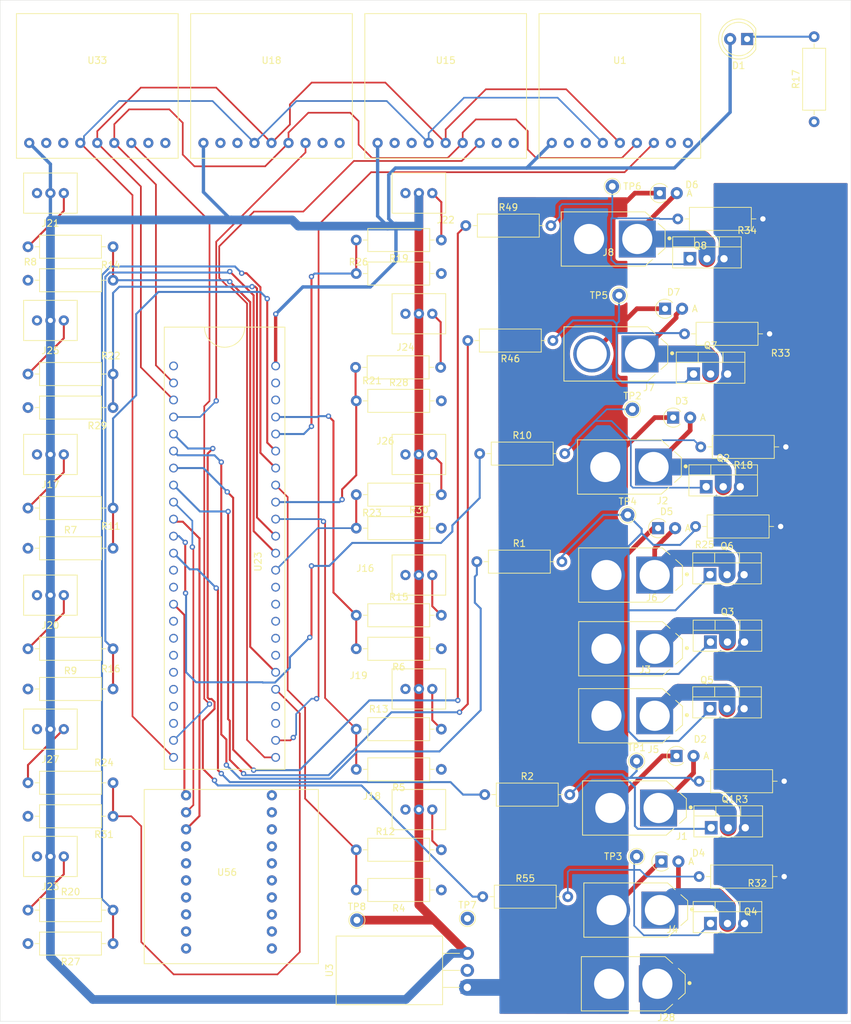
<source format=kicad_pcb>
(kicad_pcb (version 20211014) (generator pcbnew)
  (layers (0 "F.Cu" power) (1 "In1.Cu" signal) (2 "In2.Cu" signal) (31 "B.Cu" signal) (35 "F.Paste" user) (37 "F.SilkS" user "F.Silkscreen") (38 "B.Mask" user) (39 "F.Mask" user) (44 "Edge.Cuts" user))
  (net 0 "")
  (net 1 "Net-(D1-Pad1)")
  (net 2 "+5V")
  (net 3 "Net-(J16-Pad1)")
  (net 4 "Net-(J17-Pad1)")
  (net 5 "Net-(J18-Pad1)")
  (net 6 "Net-(J19-Pad1)")
  (net 7 "Net-(J20-Pad1)")
  (net 8 "Net-(J21-Pad1)")
  (net 9 "Net-(J22-Pad1)")
  (net 10 "Net-(J23-Pad1)")
  (net 11 "Net-(J24-Pad1)")
  (net 12 "Net-(J25-Pad1)")
  (net 13 "Net-(J26-Pad1)")
  (net 14 "Net-(J27-Pad1)")
  (net 15 "+12V")
  (net 16 "Net-(R12-Pad1)")
  (net 17 "Net-(R13-Pad1)")
  (net 18 "Net-(R15-Pad1)")
  (net 19 "Net-(R11-Pad1)")
  (net 20 "Net-(R14-Pad1)")
  (net 21 "Net-(R16-Pad1)")
  (net 22 "Net-(R19-Pad2)")
  (net 23 "Net-(R20-Pad2)")
  (net 24 "Net-(R21-Pad2)")
  (net 25 "Net-(R22-Pad2)")
  (net 26 "Net-(R23-Pad2)")
  (net 27 "Net-(R24-Pad2)")
  (net 28 "Net-(Q1-Pad1)")
  (net 29 "TNS_10")
  (net 30 "TNS_3")
  (net 31 "TNS_6")
  (net 32 "GND")
  (net 33 "TNS_4")
  (net 34 "TNS_5")
  (net 35 "TNS_9")
  (net 36 "Net-(Q2-Pad1)")
  (net 37 "Net-(D2-Pad2)")
  (net 38 "Net-(D3-Pad2)")
  (net 39 "Net-(J3-Pad1)")
  (net 40 "Net-(J5-Pad1)")
  (net 41 "Net-(D4-Pad2)")
  (net 42 "Net-(D5-Pad2)")
  (net 43 "Net-(D6-Pad2)")
  (net 45 "1")
  (net 46 "14")
  (net 47 "13")
  (net 48 "51")
  (net 52 "50")
  (net 56 "15")
  (net 60 "2")
  (net 63 "3.3")
  (net 64 "61")
  (net 65 "60")
  (net 82 "TNS_11")
  (net 83 "TNS_12")
  (net 84 "TNS_8")
  (net 85 "TNS_24")
  (net 92 "TNS_35")
  (net 93 "55")
  (net 94 "TNS_7")
  (net 100 "Net-(D7-Pad1)")
  (net 101 "Net-(D7-Pad2)")
  (net 102 "Net-(Q3-Pad1)")
  (net 103 "Net-(Q4-Pad1)")
  (net 104 "Net-(Q7-Pad1)")
  (net 105 "Net-(Q8-Pad1)")
  (footprint "Resistor_THT:R_Axial_DIN0309_L9.0mm_D3.2mm_P12.70mm_Horizontal" (layer "F.Cu") (at 95.35 173 180)
    (fp_text reference "R31")
    (fp_text value "R_US")
  )
  (footprint "Launchbox:Xbee_Breakout" (layer "F.Cu") (at 113 182 180)
    (fp_text reference "U56")
    (fp_text value "XBee_Breakout")
  )
  (footprint "Launchbox:AMASS_XT60-M" (layer "F.Cu") (at 172.6 158 180)
    (fp_text reference "J5")
    (fp_text value "XT60-M")
  )
  (footprint "TestPoint:TestPoint_THTPad_D2.0mm_Drill1.0mm" (layer "F.Cu") (at 170.874 95.262)
    (fp_text reference "TP5")
    (fp_text value "TestPoint")
  )
  (footprint "Resistor_THT:R_Axial_DIN0309_L9.0mm_D3.2mm_P12.70mm_Horizontal" (layer "F.Cu") (at 131.65 160)
    (fp_text reference "R13")
    (fp_text value "R_US")
  )
  (footprint "Resistor_THT:R_Axial_DIN0309_L9.0mm_D3.2mm_P12.70mm_Horizontal" (layer "F.Cu") (at 193.35 101 180)
    (fp_text reference "R33")
    (fp_text value "10K")
  )
  (footprint "Resistor_THT:R_Axial_DIN0309_L9.0mm_D3.2mm_P12.70mm_Horizontal" (layer "F.Cu") (at 144.25 106 180)
    (fp_text reference "R21")
    (fp_text value "R_US")
  )
  (footprint "Package_TO_SOT_THT:TO-220-3_Vertical" (layer "F.Cu") (at 184.526921 189)
    (fp_text reference "Q4")
    (fp_text value "Q_NMOS_GDS")
  )
  (footprint "Resistor_THT:R_Axial_DIN0309_L9.0mm_D3.2mm_P12.70mm_Horizontal" (layer "F.Cu") (at 150.076921 118.874949)
    (fp_text reference "R10")
    (fp_text value "100")
  )
  (footprint "Launchbox:Crimp_Header" (layer "F.Cu") (at 88 99 180)
    (fp_text reference "J25")
    (fp_text value "440055-3")
  )
  (footprint "Launchbox:MAX31856" (layer "F.Cu") (at 93 64)
    (fp_text reference "U33")
    (fp_text value "MAX31856")
  )
  (footprint "Launchbox:Crimp_Header" (layer "F.Cu") (at 143 98 180)
    (fp_text reference "J24")
    (fp_text value "440055-3")
  )
  (footprint "Resistor_THT:R_Axial_DIN0309_L9.0mm_D3.2mm_P12.70mm_Horizontal" (layer "F.Cu") (at 200 69.35 90)
    (fp_text reference "R17")
    (fp_text value "R")
  )
  (footprint "Launchbox:AMASS_XT60-M" (layer "F.Cu") (at 172.426921 120.874949 180)
    (fp_text reference "J2")
    (fp_text value "XT60-M")
  )
  (footprint "Resistor_THT:R_Axial_DIN0309_L9.0mm_D3.2mm_P12.70mm_Horizontal" (layer "F.Cu") (at 82.65 107)
    (fp_text reference "R22")
    (fp_text value "R_US")
  )
  (footprint "Diode_THT:D_A-405_P2.54mm_Vertical_AnodeUp" (layer "F.Cu") (at 176.705 130)
    (fp_text reference "D5")
    (fp_text value "D")
  )
  (footprint "Diode_THT:D_A-405_P2.54mm_Vertical_AnodeUp" (layer "F.Cu") (at 177.75 97.25)
    (fp_text reference "D7")
    (fp_text value "D")
  )
  (footprint "Resistor_THT:R_Axial_DIN0309_L9.0mm_D3.2mm_P12.70mm_Horizontal" (layer "F.Cu") (at 144.35 87 180)
    (fp_text reference "R19")
    (fp_text value "R_US")
  )
  (footprint "Resistor_THT:R_Axial_DIN0309_L9.0mm_D3.2mm_P12.70mm_Horizontal" (layer "F.Cu") (at 95.35 112 180)
    (fp_text reference "R29")
    (fp_text value "R_US")
  )
  (footprint "Resistor_THT:R_Axial_DIN0309_L9.0mm_D3.2mm_P12.70mm_Horizontal" (layer "F.Cu") (at 82.65 168)
    (fp_text reference "R24")
    (fp_text value "R_US")
  )
  (footprint "Package_TO_SOT_THT:TO-220-3_Vertical" (layer "F.Cu") (at 184.636921 174.711511)
    (fp_text reference "Q1")
    (fp_text value "Q_NMOS_GDS")
  )
  (footprint "TestPoint:TestPoint_THTPad_D2.0mm_Drill1.0mm" (layer "F.Cu") (at 148.25 188.25)
    (fp_text reference "TP7")
    (fp_text value "TestPoint")
  )
  (footprint "Resistor_THT:R_Axial_DIN0309_L9.0mm_D3.2mm_P12.70mm_Horizontal" (layer "F.Cu") (at 195.526921 167.766511 180)
    (fp_text reference "R3")
    (fp_text value "10K")
  )
  (footprint "Resistor_THT:R_Axial_DIN0309_L9.0mm_D3.2mm_P12.70mm_Horizontal" (layer "F.Cu") (at 95.35 192 180)
    (fp_text reference "R27")
    (fp_text value "R_US")
  )
  (footprint "Launchbox:AMASS_XT60-M" (layer "F.Cu") (at 173.374 187 180)
    (fp_text reference "J4")
    (fp_text value "XT60-M")
  )
  (footprint "LED_THT:LED_D5.0mm" (layer "F.Cu") (at 190 57 180)
    (fp_text reference "D1")
    (fp_text value "LED")
  )
  (footprint "Resistor_THT:R_Axial_DIN0309_L9.0mm_D3.2mm_P12.70mm_Horizontal" (layer "F.Cu") (at 131.65 92)
    (fp_text reference "R26")
    (fp_text value "R_US")
  )
  (footprint "Resistor_THT:R_Axial_DIN0309_L9.0mm_D3.2mm_P12.70mm_Horizontal" (layer "F.Cu") (at 95.35 127 180)
    (fp_text reference "R11")
    (fp_text value "R_US")
  )
  (footprint "Resistor_THT:R_Axial_DIN0309_L9.0mm_D3.2mm_P12.70mm_Horizontal" (layer "F.Cu") (at 82.65 93)
    (fp_text reference "R8")
    (fp_text value "R_US")
  )
  (footprint "Diode_THT:D_A-405_P2.54mm_Vertical_AnodeUp" (layer "F.Cu") (at 178.955 113.5)
    (fp_text reference "D3")
    (fp_text value "D")
  )
  (footprint "Launchbox:Crimp_Header" (layer "F.Cu") (at 88 80 180)
    (fp_text reference "J21")
    (fp_text value "440055-3")
  )
  (footprint "Resistor_THT:R_Axial_DIN0309_L9.0mm_D3.2mm_P12.70mm_Horizontal" (layer "F.Cu") (at 195.526921 182 180)
    (fp_text reference "R32")
    (fp_text value "10K")
  )
  (footprint "Resistor_THT:R_Axial_DIN0309_L9.0mm_D3.2mm_P12.70mm_Horizontal" (layer "F.Cu") (at 161 102 180)
    (fp_text reference "R46")
    (fp_text value "100")
  )
  (footprint "Package_TO_SOT_THT:TO-220-3_Vertical" (layer "F.Cu") (at 181.46 89.789511)
    (fp_text reference "Q8")
    (fp_text value "Q_NMOS_GDS")
  )
  (footprint "Resistor_THT:R_Axial_DIN0309_L9.0mm_D3.2mm_P12.70mm_Horizontal" (layer "F.Cu") (at 149.65 135)
    (fp_text reference "R1")
    (fp_text value "100")
  )
  (footprint "Resistor_THT:R_Axial_DIN0309_L9.0mm_D3.2mm_P12.70mm_Horizontal" (layer "F.Cu") (at 195 129.75 180)
    (fp_text reference "R25")
    (fp_text value "10K")
  )
  (footprint "Launchbox:Crimp_Header" (layer "F.Cu") (at 88 140 180)
    (fp_text reference "J20")
    (fp_text value "440055-3")
  )
  (footprint "Launchbox:AMASS_XT60-M" (layer "F.Cu") (at 170.4 104 180)
    (fp_text reference "J7")
    (fp_text value "XT60-M")
  )
  (footprint "Launchbox:Crimp_Header" (layer "F.Cu") (at 88 160 180)
    (fp_text reference "J27")
    (fp_text value "440055-3")
  )
  (footprint "Diode_THT:D_A-405_P2.54mm_Vertical_AnodeUp" (layer "F.Cu") (at 177.205 179.75)
    (fp_text reference "D4")
    (fp_text value "D")
  )
  (footprint "Launchbox:AMASS_XT60-M" (layer "F.Cu") (at 173 198 180)
    (fp_text reference "J28")
    (fp_text value "CaelusPCB-rescue_XT60-M-CaelusPCB")
  )
  (footprint "Resistor_THT:R_Axial_DIN0309_L9.0mm_D3.2mm_P12.70mm_Horizontal" (layer "F.Cu") (at 192.35 83.844511 180)
    (fp_text reference "R34")
    (fp_text value "10K")
  )
  (footprint "Resistor_THT:R_Axial_DIN0309_L9.0mm_D3.2mm_P12.70mm_Horizontal" (layer "F.Cu") (at 131.65 143)
    (fp_text reference "R15")
    (fp_text value "R_US")
  )
  (footprint "Resistor_THT:R_Axial_DIN0309_L9.0mm_D3.2mm_P12.70mm_Horizontal" (layer "F.Cu") (at 144.35 166 180)
    (fp_text reference "R5")
    (fp_text value "R_US")
  )
  (footprint "Resistor_THT:R_Axial_DIN0309_L9.0mm_D3.2mm_P12.70mm_Horizontal" (layer "F.Cu") (at 195.776921 117.874949 180)
    (fp_text reference "R18")
    (fp_text value "10K")
  )
  (footprint "Launchbox:AMASS_XT60-M" (layer "F.Cu") (at 172.6 148 180)
    (fp_text reference "J3")
    (fp_text value "XT60-M")
  )
  (footprint "TestPoint:TestPoint_THTPad_D2.0mm_Drill1.0mm" (layer "F.Cu") (at 173.5 179)
    (fp_text reference "TP3")
    (fp_text value "TestPoint")
  )
  (footprint "Launchbox:Crimp_Header" (layer "F.Cu") (at 143 137 180)
    (fp_text reference "J16")
    (fp_text value "440055-3")
  )
  (footprint "Resistor_THT:R_Axial_DIN0309_L9.0mm_D3.2mm_P12.70mm_Horizontal" (layer "F.Cu") (at 131.65 130)
    (fp_text reference "R30")
    (fp_text value "R_US")
  )
  (footprint "Launchbox:Teensy_3.6" (layer "F.Cu") (at 112 135 90)
    (fp_text reference "U23")
    (fp_text value "Teensy_3.6")
  )
  (footprint "Resistor_THT:R_Axial_DIN0309_L9.0mm_D3.2mm_P12.70mm_Horizontal" (layer "F.Cu") (at 95.35 148 180)
    (fp_text reference "R16")
    (fp_text value "R_US")
  )
  (footprint "Resistor_THT:R_Axial_DIN0309_L9.0mm_D3.2mm_P12.70mm_Horizontal" (layer "F.Cu") (at 150.526921 185)
    (fp_text reference "R55")
    (fp_text value "100")
  )
  (footprint "TestPoint:TestPoint_THTPad_D2.0mm_Drill1.0mm" (layer "F.Cu") (at 169.874 79)
    (fp_text reference "TP6")
    (fp_text value "TestPoint")
  )
  (footprint "Package_TO_SOT_THT:TO-220-3_Vertical" (layer "F.Cu") (at 183.886921 123.819949)
    (fp_text reference "Q2")
    (fp_text value "Q_NMOS_GDS")
  )
  (footprint "TestPoint:TestPoint_THTPad_D2.0mm_Drill1.0mm" (layer "F.Cu") (at 172.171079 128.024)
    (fp_text reference "TP4")
    (fp_text value "TestPoint")
  )
  (footprint "Resistor_THT:R_Axial_DIN0309_L9.0mm_D3.2mm_P12.70mm_Horizontal" (layer "F.Cu") (at 144.35 184 180)
    (fp_text reference "R4")
    (fp_text value "R_US")
  )
  (footprint "Launchbox:MAX31856" (layer "F.Cu") (at 171 64)
    (fp_text reference "U1")
    (fp_text value "MAX31856")
  )
  (footprint "Launchbox:AMASS_XT60-M" (layer "F.Cu") (at 173.176921 171.766511 180)
    (fp_text reference "J1")
    (fp_text value "XT60-M")
  )
  (footprint "Resistor_THT:R_Axial_DIN0309_L9.0mm_D3.2mm_P12.70mm_Horizontal" (layer "F.Cu") (at 148 84.844511)
    (fp_text reference "R49")
    (fp_text value "100")
  )
  (footprint "Package_TO_SOT_THT:TO-220-3_Vertical" (layer "F.Cu") (at 184.46 136.945)
    (fp_text reference "Q6")
    (fp_text value "Q_NMOS_GDS")
  )
  (footprint "Launchbox:Crimp_Header" (layer "F.Cu") (at 88 179 180)
    (fp_text reference "J23")
    (fp_text value "440055-3")
  )
  (footprint "Launchbox:Crimp_Header" (layer "F.Cu") (at 143 80 180)
    (fp_text reference "J22")
    (fp_text value "440055-3")
  )
  (footprint "Resistor_THT:R_Axial_DIN0309_L9.0mm_D3.2mm_P12.70mm_Horizontal" (layer "F.Cu") (at 131.65 111)
    (fp_text reference "R28")
    (fp_text value "R_US")
  )
  (footprint "Resistor_THT:R_Axial_DIN0309_L9.0mm_D3.2mm_P12.70mm_Horizontal" (layer "F.Cu") (at 82.65 133)
    (fp_text reference "R7")
    (fp_text value "R_US")
  )
  (footprint "Launchbox:MAX31856" (layer "F.Cu") (at 145 64)
    (fp_text reference "U15")
    (fp_text value "MAX31856")
  )
  (footprint "Package_TO_SOT_THT:TO-220-3_Horizontal_TabDown" (layer "F.Cu") (at 148.23 198.54 90)
    (fp_text reference "U3")
    (fp_text value "L7805")
  )
  (footprint "Resistor_THT:R_Axial_DIN0309_L9.0mm_D3.2mm_P12.70mm_Horizontal" (layer "F.Cu") (at 95.35 88 180)
    (fp_text reference "R14")
    (fp_text value "R_US")
  )
  (footprint "Resistor_THT:R_Axial_DIN0309_L9.0mm_D3.2mm_P12.70mm_Horizontal" (layer "F.Cu") (at 82.65 187)
    (fp_text reference "R20")
    (fp_text value "R_US")
  )
  (footprint "Launchbox:Crimp_Header" (layer "F.Cu") (at 88 119 180)
    (fp_text reference "J17")
    (fp_text value "440055-3")
  )
  (footprint "Package_TO_SOT_THT:TO-220-3_Vertical" (layer "F.Cu") (at 184.46 156.945)
    (fp_text reference "Q5")
    (fp_text value "Q_NMOS_GDS")
  )
  (footprint "Resistor_THT:R_Axial_DIN0309_L9.0mm_D3.2mm_P12.70mm_Horizontal" (layer "F.Cu") (at 150.826921 169.766511)
    (fp_text reference "R2")
    (fp_text value "100")
  )
  (footprint "Package_TO_SOT_THT:TO-220-3_Vertical" (layer "F.Cu") (at 184.52 147)
    (fp_text reference "Q3")
    (fp_text value "Q_NMOS_GDS")
  )
  (footprint "Resistor_THT:R_Axial_DIN0309_L9.0mm_D3.2mm_P12.70mm_Horizontal" (layer "F.Cu") (at 82.65 154)
    (fp_text reference "R9")
    (fp_text value "R_US")
  )
  (footprint "Resistor_THT:R_Axial_DIN0309_L9.0mm_D3.2mm_P12.70mm_Horizontal" (layer "F.Cu") (at 144.35 148 180)
    (fp_text reference "R6")
    (fp_text value "R_US")
  )
  (footprint "Resistor_THT:R_Axial_DIN0309_L9.0mm_D3.2mm_P12.70mm_Horizontal" (layer "F.Cu") (at 144.35 125 180)
    (fp_text reference "R23")
    (fp_text value "R_US")
  )
  (footprint "Launchbox:MAX31856" (layer "F.Cu") (at 119 64)
    (fp_text reference "U18")
    (fp_text value "MAX31856")
  )
  (footprint "TestPoint:TestPoint_THTPad_D2.0mm_Drill1.0mm" (layer "F.Cu") (at 173.5 164.766511)
    (fp_text reference "TP1")
    (fp_text value "TestPoint")
  )
  (footprint "Launchbox:AMASS_XT60-M" (layer "F.Cu") (at 170 86.844511 180)
    (fp_text reference "J8")
    (fp_text value "XT60-M")
  )
  (footprint "TestPoint:TestPoint_THTPad_D2.0mm_Drill1.0mm" (layer "F.Cu") (at 172.874 112.262)
    (fp_text reference "TP2")
    (fp_text value "TestPoint")
  )
  (footprint "Diode_THT:D_A-405_P2.54mm_Vertical_AnodeUp" (layer "F.Cu") (at 179.455 164)
    (fp_text reference "D2")
    (fp_text value "D")
  )
  (footprint "Diode_THT:D_A-405_P2.54mm_Vertical_AnodeUp" (layer "F.Cu") (at 176.955 80)
    (fp_text reference "D6")
    (fp_text value "D")
  )
  (footprint "Resistor_THT:R_Axial_DIN0309_L9.0mm_D3.2mm_P12.70mm_Horizontal" (layer "F.Cu") (at 131.65 178)
    (fp_text reference "R12")
    (fp_text value "R_US")
  )
  (footprint "Launchbox:Crimp_Header" (layer "F.Cu") (at 143 172 180)
    (fp_text reference "J18")
    (fp_text value "440055-3")
  )
  (footprint "Launchbox:Crimp_Header" (layer "F.Cu") (at 143 119 180)
    (fp_text reference "J26")
    (fp_text value "440055-3")
  )
  (footprint "Launchbox:AMASS_XT60-M" (layer "F.Cu") (at 172.6 137 180)
    (fp_text reference "J6")
    (fp_text value "XT60-M")
  )
  (footprint "Launchbox:Crimp_Header" (layer "F.Cu") (at 143 154 180)
    (fp_text reference "J19")
    (fp_text value "440055-3")
  )
  (footprint "TestPoint:TestPoint_THTPad_D2.0mm_Drill1.0mm" (layer "F.Cu") (at 131.75 188.5)
    (fp_text reference "TP8")
    (fp_text value "TestPoint")
  )
  (footprint "Package_TO_SOT_THT:TO-220-3_Vertical" (layer "F.Cu") (at 182 107)
    (fp_text reference "Q7")
    (fp_text value "Q_NMOS_GDS")
  )
  (gr_rect (start 78.5 51.2) (end 205.5 203.6) (layer "Edge.Cuts") (width 0.05) (fill none))
  (segment (start 200 56.65) (end 190.35 56.65) (width 0.3) (layer "B.Cu") (net 1))
  (segment (start 190.35 56.65) (end 190 57) (width 0.3) (layer "B.Cu") (net 1))
  (segment (start 143.135 188.365) (end 148.23 193.46) (width 1.3) (layer "F.Cu") (net 2))
  (segment (start 141 80) (end 141 172) (width 1.3) (layer "F.Cu") (net 2))
  (segment (start 119.62 98.058) (end 119.62 105.79) (width 0.5) (layer "F.Cu") (net 2))
  (segment (start 143 188.5) (end 143.135 188.365) (width 1.3) (layer "F.Cu") (net 2))
  (segment (start 141 186.23) (end 143.135 188.365) (width 1.3) (layer "F.Cu") (net 2))
  (segment (start 141 172) (end 141 186.23) (width 1.3) (layer "F.Cu") (net 2))
  (segment (start 131.75 188.5) (end 143 188.5) (width 1.3) (layer "F.Cu") (net 2))
  (via (at 119.634 98.044) (size 0.8) (drill 0.4) (layers "F.Cu" "B.Cu") (net 2))
  (segment (start 113 84) (end 86 84) (width 1.3) (layer "B.Cu") (net 2))
  (segment (start 137.58 84.92) (end 140.92 84.92) (width 1.3) (layer "B.Cu") (net 2))
  (segment (start 179.132336 76.25) (end 187.46 67.922336) (width 0.5) (layer "B.Cu") (net 2))
  (segment (start 123 84.92) (end 136.33 84.92) (width 1.3) (layer "B.Cu") (net 2))
  (segment (start 86 84) (end 86 179) (width 1.3) (layer "B.Cu") (net 2))
  (segment (start 108.84 79.84) (end 113 84) (width 0.5) (layer "B.Cu") (net 2))
  (segment (start 145.93 193.46) (end 148.23 193.46) (width 1.3) (layer "B.Cu") (net 2))
  (segment (start 136.5 83.84) (end 137.58 84.92) (width 0.5) (layer "B.Cu") (net 2))
  (segment (start 134.84 72.509) (end 134.84 83.43) (width 0.5) (layer "B.Cu") (net 2))
  (segment (start 123.678 94) (end 133.75 94) (width 0.5) (layer "B.Cu") (net 2))
  (segment (start 187.46 67.922336) (end 187.46 57) (width 0.5) (layer "B.Cu") (net 2))
  (segment (start 137.58 90.17) (end 137.58 84.92) (width 0.5) (layer "B.Cu") (net 2))
  (segment (start 141 85) (end 141 80) (width 1.3) (layer "B.Cu") (net 2))
  (segment (start 86 75.669) (end 82.84 72.509) (width 0.5) (layer "B.Cu") (net 2))
  (segment (start 92.342011 200.342011) (end 139.047989 200.342011) (width 1.3) (layer "B.Cu") (net 2))
  (segment (start 160.84 72.509) (end 157.099 76.25) (width 0.5) (layer "B.Cu") (net 2))
  (segment (start 86 179) (end 86 194) (width 1.3) (layer "B.Cu") (net 2))
  (segment (start 157.099 76.25) (end 179.132336 76.25) (width 0.5) (layer "B.Cu") (net 2))
  (segment (start 136.33 84.92) (end 137.58 84.92) (width 1.3) (layer "B.Cu") (net 2))
  (segment (start 86 80) (end 86 84) (width 0.5) (layer "B.Cu") (net 2))
  (segment (start 119.634 98.044) (end 123.678 94) (width 0.5) (layer "B.Cu") (net 2))
  (segment (start 133.75 94) (end 137.58 90.17) (width 0.5) (layer "B.Cu") (net 2))
  (segment (start 86 194) (end 92.342011 200.342011) (width 1.3) (layer "B.Cu") (net 2))
  (segment (start 157.099 76.25) (end 137.5 76.25) (width 0.5) (layer "B.Cu") (net 2))
  (segment (start 86 80) (end 86 75.669) (width 0.5) (layer "B.Cu") (net 2))
  (segment (start 139.047989 200.342011) (end 145.93 193.46) (width 1.3) (layer "B.Cu") (net 2))
  (segment (start 140.92 84.92) (end 141 85) (width 1.3) (layer "B.Cu") (net 2))
  (segment (start 134.84 83.43) (end 136.33 84.92) (width 0.5) (layer "B.Cu") (net 2))
  (segment (start 122.08 84) (end 113 84) (width 1.3) (layer "B.Cu") (net 2))
  (segment (start 108.84 72.509) (end 108.84 79.84) (width 0.5) (layer "B.Cu") (net 2))
  (segment (start 137.5 76.25) (end 136.5 77.25) (width 0.5) (layer "B.Cu") (net 2))
  (segment (start 123 84.92) (end 122.08 84) (width 1.3) (layer "B.Cu") (net 2))
  (segment (start 136.5 77.25) (end 136.5 83.84) (width 0.5) (layer "B.Cu") (net 2))
  (segment (start 143 137) (end 143 141.65) (width 0.3) (layer "F.Cu") (net 3))
  (segment (start 143 141.65) (end 144.35 143) (width 0.3) (layer "F.Cu") (net 3))
  (segment (start 88 119) (end 88 121.65) (width 0.3) (layer "F.Cu") (net 4))
  (segment (start 88 121.65) (end 82.65 127) (width 0.3) (layer "F.Cu") (net 4))
  (segment (start 143 176.65) (end 144.35 178) (width 0.3) (layer "F.Cu") (net 5))
  (segment (start 143 172) (end 143 176.65) (width 0.3) (layer "F.Cu") (net 5))
  (segment (start 143 158.65) (end 144.35 160) (width 0.3) (layer "F.Cu") (net 6))
  (segment (start 143 154) (end 143 158.65) (width 0.3) (layer "F.Cu") (net 6))
  (segment (start 88 140) (end 88 142.65) (width 0.3) (layer "F.Cu") (net 7))
  (segment (start 88 142.65) (end 82.65 148) (width 0.3) (layer "F.Cu") (net 7))
  (segment (start 88 82.65) (end 82.65 88) (width 0.3) (layer "F.Cu") (net 8))
  (segment (start 88 80) (end 88 82.65) (width 0.3) (layer "F.Cu") (net 8))
  (segment (start 144.35 87) (end 144.35 81.35) (width 0.3) (layer "F.Cu") (net 9))
  (segment (start 144.35 81.35) (end 143 80) (width 0.3) (layer "F.Cu") (net 9))
  (segment (start 88 181.65) (end 82.65 187) (width 0.3) (layer "F.Cu") (net 10))
  (segment (start 88 179) (end 88 181.65) (width 0.3) (layer "F.Cu") (net 10))
  (segment (start 144.25 106) (end 144.25 99.25) (width 0.3) (layer "F.Cu") (net 11))
  (segment (start 144.25 99.25) (end 143 98) (width 0.3) (layer "F.Cu") (net 11))
  (segment (start 88 99) (end 88 101.65) (width 0.3) (layer "F.Cu") (net 12))
  (segment (start 88 101.65) (end 82.65 107) (width 0.3) (layer "F.Cu") (net 12))
  (segment (start 144.35 125) (end 144.35 120.35) (width 0.3) (layer "F.Cu") (net 13))
  (segment (start 144.35 120.35) (end 143 119) (width 0.3) (layer "F.Cu") (net 13))
  (segment (start 82.65 165.35) (end 88 160) (width 0.3) (layer "F.Cu") (net 14))
  (segment (start 82.65 168) (end 82.65 165.35) (width 0.3) (layer "F.Cu") (net 14))
  (segment (start 169 137) (end 176 130) (width 0.7) (layer "F.Cu") (net 15))
  (segment (start 176 130) (end 176.705 130) (width 0.3) (layer "F.Cu") (net 15))
  (segment (start 169.576921 171.766511) (end 177.343432 164) (width 0.7) (layer "F.Cu") (net 15))
  (segment (start 177.024 179.75) (end 169.774 187) (width 0.7) (layer "F.Cu") (net 15))
  (segment (start 177.205 179.75) (end 177.024 179.75) (width 0.3) (layer "F.Cu") (net 15))
  (segment (start 173.244511 80) (end 176.955 80) (width 0.7) (layer "F.Cu") (net 15))
  (segment (start 177.343432 164) (end 179.455 164) (width 0.7) (layer "F.Cu") (net 15))
  (segment (start 166.4 86.844511) (end 173.244511 80) (width 0.7) (layer "F.Cu") (net 15))
  (segment (start 176.20187 113.5) (end 178.955 113.5) (width 0.7) (layer "F.Cu") (net 15))
  (segment (start 168.826921 120.874949) (end 176.20187 113.5) (width 0.7) (layer "F.Cu") (net 15))
  (segment (start 168.86 198.54) (end 169.4 198) (width 2.5) (layer "B.Cu") (net 15))
  (segment (start 148.23 198.54) (end 168.86 198.54) (width 2.5) (layer "B.Cu") (net 15))
  (segment (start 124.018 170.368) (end 131.65 178) (width 0.25) (layer "F.Cu") (net 16))
  (segment (start 124.018 170.368) (end 124.018 156.784) (width 0.25) (layer "F.Cu") (net 16))
  (segment (start 121.412 154.178) (end 121.412 125.362) (width 0.25) (layer "F.Cu") (net 16))
  (segment (start 131.65 178) (end 131.65 184) (width 0.3) (layer "F.Cu") (net 16))
  (segment (start 121.412 125.362) (end 119.62 123.57) (width 0.25) (layer "F.Cu") (net 16))
  (segment (start 124.018 156.784) (end 121.412 154.178) (width 0.25) (layer "F.Cu") (net 16))
  (segment (start 126.75 129) (end 127 129.25) (width 0.25) (layer "F.Cu") (net 17))
  (segment (start 131.65 160) (end 131.65 166) (width 0.3) (layer "F.Cu") (net 17))
  (segment (start 127 155.35) (end 131.65 160) (width 0.25) (layer "F.Cu") (net 17))
  (segment (start 127 129.25) (end 127 155.35) (width 0.25) (layer "F.Cu") (net 17))
  (via (at 126.75 129) (size 0.8) (drill 0.4) (layers "F.Cu" "B.Cu") (net 17))
  (segment (start 126.425489 128.65) (end 126.775489 129) (width 0.25) (layer "B.Cu") (net 17))
  (segment (start 119.62 128.65) (end 126.425489 128.65) (width 0.25) (layer "B.Cu") (net 17))
  (segment (start 128.25 139.6) (end 131.65 143) (width 0.3) (layer "F.Cu") (net 18))
  (segment (start 131.65 143) (end 131.65 148) (width 0.3) (layer "F.Cu") (net 18))
  (segment (start 128.25 114.026) (end 128.25 139.6) (width 0.3) (layer "F.Cu") (net 18))
  (segment (start 127.508 113.284) (end 128.25 114.026) (width 0.3) (layer "F.Cu") (net 18))
  (via (at 127.508 113.284) (size 0.8) (drill 0.4) (layers "F.Cu" "B.Cu") (net 18))
  (segment (start 126.036 113.284) (end 125.91 113.41) (width 0.3) (layer "B.Cu") (net 18))
  (segment (start 127.508 113.284) (end 126.036 113.284) (width 0.3) (layer "B.Cu") (net 18))
  (segment (start 125.91 113.41) (end 119.62 113.41) (width 0.3) (layer "B.Cu") (net 18))
  (segment (start 118.364 95.758) (end 118.364 117.234) (width 0.3) (layer "F.Cu") (net 19))
  (segment (start 118.364 117.234) (end 119.62 118.49) (width 0.3) (layer "F.Cu") (net 19))
  (segment (start 95.35 127) (end 95.35 133) (width 0.3) (layer "F.Cu") (net 19))
  (via (at 118.364 95.758) (size 0.8) (drill 0.4) (layers "F.Cu" "B.Cu") (net 19))
  (segment (start 98.806 98.044) (end 102.108 94.742) (width 0.3) (layer "B.Cu") (net 19))
  (segment (start 117.094 94.742) (end 117.348 94.742) (width 0.3) (layer "B.Cu") (net 19))
  (segment (start 95.35 113.625655) (end 98.806 110.169655) (width 0.3) (layer "B.Cu") (net 19))
  (segment (start 117.348 94.742) (end 118.364 95.758) (width 0.3) (layer "B.Cu") (net 19))
  (segment (start 95.35 127) (end 95.35 113.625655) (width 0.3) (layer "B.Cu") (net 19))
  (segment (start 102.108 94.742) (end 117.094 94.742) (width 0.3) (layer "B.Cu") (net 19))
  (segment (start 98.806 110.169655) (end 98.806 98.044) (width 0.3) (layer "B.Cu") (net 19))
  (segment (start 115.824 147.714) (end 119.62 151.51) (width 0.3) (layer "F.Cu") (net 20))
  (segment (start 95.35 88) (end 95.35 93) (width 0.3) (layer "F.Cu") (net 20))
  (segment (start 112.776 93.218) (end 115.824 96.266) (width 0.3) (layer "F.Cu") (net 20))
  (segment (start 115.824 96.266) (end 115.824 147.714) (width 0.3) (layer "F.Cu") (net 20))
  (via (at 112.776 93.218) (size 0.8) (drill 0.4) (layers "F.Cu" "B.Cu") (net 20))
  (segment (start 112.558 93) (end 95.35 93) (width 0.3) (layer "B.Cu") (net 20))
  (segment (start 112.776 93.218) (end 112.558 93) (width 0.3) (layer "B.Cu") (net 20))
  (segment (start 116.332 95.25) (end 116.332 130.442) (width 0.3) (layer "F.Cu") (net 21))
  (segment (start 95.35 148) (end 95.35 154) (width 0.3) (layer "F.Cu") (net 21))
  (segment (start 112.776 91.694) (end 116.332 95.25) (width 0.3) (layer "F.Cu") (net 21))
  (segment (start 116.332 130.442) (end 119.62 133.73) (width 0.3) (layer "F.Cu") (net 21))
  (via (at 112.776 91.694) (size 0.8) (drill 0.4) (layers "F.Cu" "B.Cu") (net 21))
  (segment (start 94.200489 92.489511) (end 94.200489 146.850489) (width 0.3) (layer "B.Cu") (net 21))
  (segment (start 112.619511 91.850489) (end 94.839511 91.850489) (width 0.3) (layer "B.Cu") (net 21))
  (segment (start 94.200489 146.850489) (end 95.35 148) (width 0.3) (layer "B.Cu") (net 21))
  (segment (start 94.839511 91.850489) (end 94.200489 92.489511) (width 0.3) (layer "B.Cu") (net 21))
  (segment (start 112.776 91.694) (end 112.619511 91.850489) (width 0.3) (layer "B.Cu") (net 21))
  (segment (start 124.968 110.602) (end 124.968 114.808) (width 0.3) (layer "F.Cu") (net 22))
  (segment (start 131.65 87) (end 131.65 92) (width 0.3) (layer "F.Cu") (net 22))
  (segment (start 124.968 92.456) (end 124.968 110.602) (width 0.3) (layer "F.Cu") (net 22))
  (via (at 124.968 114.808) (size 0.8) (drill 0.4) (layers "F.Cu" "B.Cu") (net 22))
  (via (at 124.968 92.456) (size 0.8) (drill 0.4) (layers "F.Cu" "B.Cu") (net 22))
  (segment (start 123.826 115.95) (end 119.62 115.95) (width 0.3) (layer "B.Cu") (net 22))
  (segment (start 125.424 92) (end 124.968 92.456) (width 0.3) (layer "B.Cu") (net 22))
  (segment (start 124.968 114.808) (end 123.826 115.95) (width 0.3) (layer "B.Cu") (net 22))
  (segment (start 131.65 92) (end 125.424 92) (width 0.3) (layer "B.Cu") (net 22))
  (segment (start 117.348 118.758) (end 119.62 121.03) (width 0.3) (layer "F.Cu") (net 23))
  (segment (start 115.260427 91.948) (end 117.348 94.035573) (width 0.3) (layer "F.Cu") (net 23))
  (segment (start 95.35 187) (end 95.35 192) (width 0.3) (layer "F.Cu") (net 23))
  (segment (start 117.348 94.035573) (end 117.348 118.758) (width 0.3) (layer "F.Cu") (net 23))
  (segment (start 114.554 91.948) (end 115.260427 91.948) (width 0.3) (layer "F.Cu") (net 23))
  (via (at 114.554 91.948) (size 0.8) (drill 0.4) (layers "F.Cu" "B.Cu") (net 23))
  (segment (start 93.700969 92.227031) (end 93.700969 185.350969) (width 0.3) (layer "B.Cu") (net 23))
  (segment (start 94.983511 90.944489) (end 93.700969 92.227031) (width 0.3) (layer "B.Cu") (net 23))
  (segment (start 113.550489 90.944489) (end 94.983511 90.944489) (width 0.3) (layer "B.Cu") (net 23))
  (segment (start 93.700969 185.350969) (end 95.35 187) (width 0.3) (layer "B.Cu") (net 23))
  (segment (start 114.554 91.948) (end 113.550489 90.944489) (width 0.3) (layer "B.Cu") (net 23))
  (segment (start 131.65 111) (end 131.65 122.096) (width 0.3) (layer "F.Cu") (net 24))
  (segment (start 129.54 124.206) (end 129.54 125.73) (width 0.3) (layer "F.Cu") (net 24))
  (segment (start 131.55 106) (end 131.55 110.9) (width 0.3) (layer "F.Cu") (net 24))
  (segment (start 130.048 123.698) (end 129.54 124.206) (width 0.3) (layer "F.Cu") (net 24))
  (segment (start 131.55 110.9) (end 131.65 111) (width 0.3) (layer "F.Cu") (net 24))
  (segment (start 131.65 122.096) (end 130.048 123.698) (width 0.3) (layer "F.Cu") (net 24))
  (via (at 129.54 125.73) (size 0.8) (drill 0.4) (layers "F.Cu" "B.Cu") (net 24))
  (segment (start 129.16 126.11) (end 119.62 126.11) (width 0.3) (layer "B.Cu") (net 24))
  (segment (start 129.54 125.73) (end 129.16 126.11) (width 0.3) (layer "B.Cu") (net 24))
  (segment (start 116.83152 94.22552) (end 116.83152 128.40152) (width 0.3) (layer "F.Cu") (net 25))
  (segment (start 116.564023 93.958023) (end 116.83152 94.22552) (width 0.3) (layer "F.Cu") (net 25))
  (segment (start 116.83152 128.40152) (end 119.62 131.19) (width 0.3) (layer "F.Cu") (net 25))
  (segment (start 116.099977 93.958023) (end 116.564023 93.958023) (width 0.3) (layer "F.Cu") (net 25))
  (segment (start 95.35 107) (end 95.35 112) (width 0.3) (layer "F.Cu") (net 25))
  (via (at 116.099977 93.958023) (size 0.8) (drill 0.4) (layers "F.Cu" "B.Cu") (net 25))
  (segment (start 113.095947 93.958023) (end 113.086459 93.967511) (width 0.3) (layer "B.Cu") (net 25))
  (segment (start 113.086459 93.967511) (end 96.278489 93.967511) (width 0.3) (layer "B.Cu") (net 25))
  (segment (start 95.35 94.896) (end 95.35 112) (width 0.3) (layer "B.Cu") (net 25))
  (segment (start 96.278489 93.967511) (end 95.35 94.896) (width 0.3) (layer "B.Cu") (net 25))
  (segment (start 116.099977 93.958023) (end 113.095947 93.958023) (width 0.3) (layer "B.Cu") (net 25))
  (segment (start 131.65 125) (end 131.65 130) (width 0.3) (layer "F.Cu") (net 26))
  (segment (start 119.62 136.27) (end 119.98 136.27) (width 0.25) (layer "B.Cu") (net 26))
  (segment (start 125.89 130) (end 131.65 130) (width 0.25) (layer "B.Cu") (net 26))
  (segment (start 119.62 136.27) (end 125.89 130) (width 0.25) (layer "B.Cu") (net 26))
  (segment (start 99.568 174.498) (end 98.07 173) (width 0.25) (layer "F.Cu") (net 27))
  (segment (start 95.35 168.294309) (end 95.35 168) (width 0.25) (layer "F.Cu") (net 27))
  (segment (start 119.888 196.596) (end 104.394 196.596) (width 0.25) (layer "F.Cu") (net 27))
  (segment (start 98.07 173) (end 95.35 173) (width 0.25) (layer "F.Cu") (net 27))
  (segment (start 99.568 191.77) (end 99.568 174.498) (width 0.25) (layer "F.Cu") (net 27))
  (segment (start 119.62 154.05) (end 123.224511 157.654511) (width 0.25) (layer "F.Cu") (net 27))
  (segment (start 123.224511 193.259489) (end 119.888 196.596) (width 0.25) (layer "F.Cu") (net 27))
  (segment (start 95.35 168) (end 95.35 173) (width 0.3) (layer "F.Cu") (net 27))
  (segment (start 123.224511 157.654511) (end 123.224511 193.259489) (width 0.25) (layer "F.Cu") (net 27))
  (segment (start 104.394 196.596) (end 99.568 191.77) (width 0.25) (layer "F.Cu") (net 27))
  (segment (start 184.47441 174.874022) (end 184.636921 174.711511) (width 0.3) (layer "B.Cu") (net 28))
  (segment (start 163.526921 169.766511) (end 166.526921 166.766511) (width 0.3) (layer "B.Cu") (net 28))
  (segment (start 173.5 166.266511) (end 173.5 164.766511) (width 0.3) (layer "B.Cu") (net 28))
  (segment (start 166.526921 166.766511) (end 168.176921 166.766511) (width 0.3) (layer "B.Cu") (net 28))
  (segment (start 171.351022 166.766511) (end 171.925511 167.341) (width 0.3) (layer "B.Cu") (net 28))
  (segment (start 173.243511 168.659) (end 173.243511 174.448123) (width 0.3) (layer "B.Cu") (net 28))
  (segment (start 172.5 167.266511) (end 181.5 167.266511) (width 0.3) (layer "B.Cu") (net 28))
  (segment (start 173.66941 174.874022) (end 184.47441 174.874022) (width 0.3) (layer "B.Cu") (net 28))
  (segment (start 171.925511 167.341) (end 173.243511 168.659) (width 0.3) (layer "B.Cu") (net 28))
  (segment (start 181.5 167.266511) (end 182 167.766511) (width 0.3) (layer "B.Cu") (net 28))
  (segment (start 168.176921 166.766511) (end 171.351022 166.766511) (width 0.3) (layer "B.Cu") (net 28))
  (segment (start 171.925511 167.341) (end 172 167.266511) (width 0.3) (layer "B.Cu") (net 28))
  (segment (start 173.243511 174.448123) (end 173.66941 174.874022) (width 0.3) (layer "B.Cu") (net 28))
  (segment (start 182 167.766511) (end 182.826921 167.766511) (width 0.3) (layer "B.Cu") (net 28))
  (segment (start 172 167.266511) (end 172.5 167.266511) (width 0.3) (layer "B.Cu") (net 28))
  (segment (start 172.5 167.266511) (end 173.5 166.266511) (width 0.3) (layer "B.Cu") (net 28))
  (segment (start 111.506 166.624) (end 111.006481 166.124481) (width 0.3) (layer "F.Cu") (net 29))
  (segment (start 110.999031 158.74255) (end 110.999031 139.701031) (width 0.3) (layer "F.Cu") (net 29))
  (segment (start 110.999031 139.193031) (end 110.744 138.938) (width 0.3) (layer "F.Cu") (net 29))
  (segment (start 111.006481 158.75) (end 110.999031 158.74255) (width 0.3) (layer "F.Cu") (net 29))
  (segment (start 110.999031 139.701031) (end 110.999031 139.193031) (width 0.3) (layer "F.Cu") (net 29))
  (segment (start 111.006481 166.124481) (end 111.006481 158.75) (width 0.3) (layer "F.Cu") (net 29))
  (via (at 110.744 138.938) (size 0.8) (drill 0.4) (layers "F.Cu" "B.Cu") (net 29))
  (via (at 111.506 166.624) (size 0.8) (drill 0.4) (layers "F.Cu" "B.Cu") (net 29))
  (segment (start 145.729401 167.90248) (end 112.78448 167.90248) (width 0.3) (layer "B.Cu") (net 29))
  (segment (start 112.78448 167.90248) (end 111.506 166.624) (width 0.3) (layer "B.Cu") (net 29))
  (segment (start 107.95 136.144) (end 106.794 136.144) (width 0.3) (layer "B.Cu") (net 29))
  (segment (start 147.593432 169.766511) (end 145.729401 167.90248) (width 0.3) (layer "B.Cu") (net 29))
  (segment (start 110.744 138.938) (end 107.95 136.144) (width 0.3) (layer "B.Cu") (net 29))
  (segment (start 106.794 136.144) (end 104.38 133.73) (width 0.3) (layer "B.Cu") (net 29))
  (segment (start 150.826921 169.766511) (end 147.593432 169.766511) (width 0.3) (layer "B.Cu") (net 29))
  (segment (start 108.74952 158.71248) (end 110.499511 156.962489) (width 0.3) (layer "F.Cu") (net 30))
  (segment (start 110.499511 155.939541) (end 110.060459 155.500489) (width 0.3) (layer "F.Cu") (net 30))
  (segment (start 110.060459 155.500489) (end 109.671561 155.500489) (width 0.3) (layer "F.Cu") (net 30))
  (segment (start 109.671561 155.500489) (end 109.474 155.302928) (width 0.3) (layer "F.Cu") (net 30))
  (segment (start 110.499511 156.962489) (end 110.499511 155.939541) (width 0.3) (layer "F.Cu") (net 30))
  (segment (start 110.49 167.64) (end 108.74952 165.89952) (width 0.3) (layer "F.Cu") (net 30))
  (segment (start 109.474 155.302928) (end 109.474 118.872) (width 0.3) (layer "F.Cu") (net 30))
  (segment (start 108.74952 165.89952) (end 108.74952 158.71248) (width 0.3) (layer "F.Cu") (net 30))
  (segment (start 109.474 118.872) (end 110.236 118.11) (width 0.3) (layer "F.Cu") (net 30))
  (via (at 110.49 167.64) (size 0.8) (drill 0.4) (layers "F.Cu" "B.Cu") (net 30))
  (via (at 110.236 118.11) (size 0.8) (drill 0.4) (layers "F.Cu" "B.Cu") (net 30))
  (segment (start 132.426345 168.402) (end 149.024345 185) (width 0.3) (layer "B.Cu") (net 30))
  (segment (start 110.49 167.894) (end 110.998 168.402) (width 0.3) (layer "B.Cu") (net 30))
  (segment (start 110.236 118.11) (end 106.54 118.11) (width 0.3) (layer "B.Cu") (net 30))
  (segment (start 149.024345 185) (end 150.526921 185) (width 0.3) (layer "B.Cu") (net 30))
  (segment (start 110.998 168.402) (end 132.426345 168.402) (width 0.3) (layer "B.Cu") (net 30))
  (segment (start 110.49 167.64) (end 110.49 167.894) (width 0.3) (layer "B.Cu") (net 30))
  (segment (start 106.54 118.11) (end 104.38 115.95) (width 0.3) (layer "B.Cu") (net 30))
  (segment (start 148.3 102) (end 148.3 156.246) (width 0.3) (layer "F.Cu") (net 31))
  (segment (start 148.3 156.246) (end 147.066 157.48) (width 0.3) (layer "F.Cu") (net 31))
  (segment (start 112.776 164.582523) (end 114.829977 166.6365) (width 0.3) (layer "F.Cu") (net 31))
  (segment (start 112.522 158.496) (end 112.522 127.508) (width 0.3) (layer "F.Cu") (net 31))
  (segment (start 112.522 158.496) (end 112.776 158.75) (width 0.3) (layer "F.Cu") (net 31))
  (segment (start 112.776 158.75) (end 112.776 164.582523) (width 0.3) (layer "F.Cu") (net 31))
  (via (at 114.829977 166.6365) (size 0.8) (drill 0.4) (layers "F.Cu" "B.Cu") (net 31))
  (via (at 112.522 127.508) (size 0.8) (drill 0.4) (layers "F.Cu" "B.Cu") (net 31))
  (via (at 147.066 157.48) (size 0.8) (drill 0.4) (layers "F.Cu" "B.Cu") (net 31))
  (segment (start 108.318 127.508) (end 104.38 123.57) (width 0.3) (layer "B.Cu") (net 31))
  (segment (start 114.829977 166.6365) (end 115.071477 166.878) (width 0.3) (layer "B.Cu") (net 31))
  (segment (start 112.522 127.508) (end 108.318 127.508) (width 0.3) (layer "B.Cu") (net 31))
  (segment (start 136.906 157.48) (end 147.066 157.48) (width 0.3) (layer "B.Cu") (net 31))
  (segment (start 115.071477 166.878) (end 127.508 166.878) (width 0.3) (layer "B.Cu") (net 31))
  (segment (start 127.508 166.878) (end 136.906 157.48) (width 0.3) (layer "B.Cu") (net 31))
  (segment (start 112.268 165.354) (end 112.268 161.544) (width 0.3) (layer "F.Cu") (net 33))
  (segment (start 111.506 160.782) (end 111.506 120.142) (width 0.3) (layer "F.Cu") (net 33))
  (segment (start 112.268 161.544) (end 111.506 160.782) (width 0.3) (layer "F.Cu") (net 33))
  (via (at 112.268 165.354) (size 0.8) (drill 0.4) (layers "F.Cu" "B.Cu") (net 33))
  (via (at 111.506 120.142) (size 0.8) (drill 0.4) (layers "F.Cu" "B.Cu") (net 33))
  (segment (start 150.226921 157.168651) (end 150.226921 142) (width 0.3) (layer "B.Cu") (net 33))
  (segment (start 110.49 119.126) (end 105.016 119.126) (width 0.3) (layer "B.Cu") (net 33))
  (segment (start 144.073572 163.322) (end 150.226921 157.168651) (width 0.3) (layer "B.Cu") (net 33))
  (segment (start 114.3 167.386) (end 127.762 167.386) (width 0.3) (layer "B.Cu") (net 33))
  (segment (start 111.506 120.142) (end 110.49 119.126) (width 0.3) (layer "B.Cu") (net 33))
  (segment (start 105.016 119.126) (end 104.38 118.49) (width 0.3) (layer "B.Cu") (net 33))
  (segment (start 149.352921 137.238) (end 149.352921 141.126) (width 0.3) (layer "B.Cu") (net 33))
  (segment (start 112.268 165.354) (end 114.3 167.386) (width 0.3) (layer "B.Cu") (net 33))
  (segment (start 149.352921 141.126) (end 150.226921 142) (width 0.3) (layer "B.Cu") (net 33))
  (segment (start 149.352921 137.238) (end 149.65 136.940921) (width 0.3) (layer "B.Cu") (net 33))
  (segment (start 149.65 136.940921) (end 149.65 135) (width 0.3) (layer "B.Cu") (net 33))
  (segment (start 131.826 163.322) (end 144.073572 163.322) (width 0.3) (layer "B.Cu") (net 33))
  (segment (start 127.762 167.386) (end 131.826 163.322) (width 0.3) (layer "B.Cu") (net 33))
  (segment (start 116.332 166.116) (end 113.27552 163.05952) (width 0.3) (layer "F.Cu") (net 34))
  (segment (start 113.27552 163.05952) (end 113.27552 125.46752) (width 0.3) (layer "F.Cu") (net 34))
  (segment (start 112.395 124.587) (end 112.268 124.46) (width 0.3) (layer "F.Cu") (net 34))
  (segment (start 146.812 86.032511) (end 146.812 155.702) (width 0.3) (layer "F.Cu") (net 34))
  (segment (start 113.27552 125.46752) (end 112.395 124.587) (width 0.3) (layer "F.Cu") (net 34))
  (segment (start 148 84.844511) (end 146.812 86.032511) (width 0.3) (layer "F.Cu") (net 34))
  (via (at 146.812 155.702) (size 0.8) (drill 0.4) (layers "F.Cu" "B.Cu") (net 34))
  (via (at 112.395 124.587) (size 0.8) (drill 0.4) (layers "F.Cu" "B.Cu") (net 34))
  (via (at 116.332 166.116) (size 0.8) (drill 0.4) (layers "F.Cu" "B.Cu") (net 34))
  (segment (start 133.615918 155.702) (end 124.253092 165.064825) (width 0.3) (layer "B.Cu") (net 34))
  (segment (start 112.395 124.587) (end 108.838 121.03) (width 0.3) (layer "B.Cu") (net 34))
  (segment (start 123.201917 166.116) (end 116.332 166.116) (width 0.3) (layer "B.Cu") (net 34))
  (segment (start 124.253092 165.064825) (end 123.201917 166.116) (width 0.3) (layer "B.Cu") (net 34))
  (segment (start 108.838 121.03) (end 104.38 121.03) (width 0.3) (layer "B.Cu") (net 34))
  (segment (start 146.812 155.702) (end 133.615918 155.702) (width 0.3) (layer "B.Cu") (net 34))
  (segment (start 106.126 139.654) (end 106.172 139.7) (width 0.3) (layer "F.Cu") (net 35))
  (segment (start 124.968 146.05) (end 124.968 135.636) (width 0.3) (layer "F.Cu") (net 35))
  (segment (start 124.714 146.304) (end 124.968 146.05) (width 0.3) (layer "F.Cu") (net 35))
  (segment (start 106.126 132.126) (end 106.126 139.654) (width 0.3) (layer "F.Cu") (net 35))
  (via (at 106.172 139.7) (size 0.8) (drill 0.4) (layers "F.Cu" "B.Cu") (net 35))
  (via (at 124.714 146.304) (size 0.8) (drill 0.4) (layers "F.Cu" "B.Cu") (net 35))
  (via (at 124.968 135.636) (size 0.8) (drill 0.4) (layers "F.Cu" "B.Cu") (net 35))
  (via (at 106.126 132.126) (size 0.8) (drill 0.4) (layers "F.Cu" "B.Cu") (net 35))
  (segment (start 150.076921 125.5) (end 150.076921 118.874949) (width 0.3) (layer "B.Cu") (net 35))
  (segment (start 124.696 146.304) (end 124.714 146.304) (width 0.3) (layer "B.Cu") (net 35))
  (segment (start 117.669822 153) (end 107.75 153) (width 0.3) (layer "B.Cu") (net 35))
  (segment (start 127.614 135.636) (end 131.050089 132.199911) (width 0.3) (layer "B.Cu") (net 35))
  (segment (start 146 130.5) (end 146 129.576921) (width 0.3) (layer "B.Cu") (net 35))
  (segment (start 146 129.576921) (end 150.076921 125.5) (width 0.3) (layer "B.Cu") (net 35))
  (segment (start 106.25 139.778) (end 106.172 139.7) (width 0.3) (layer "B.Cu") (net 35))
  (segment (start 121.75 150.808231) (end 119.518142 153.040089) (width 0.3) (layer "B.Cu") (net 35))
  (segment (start 106.126 132.126) (end 105.19 131.19) (width 0.3) (layer "B.Cu") (net 35))
  (segment (start 105.19 131.19) (end 104.38 131.19) (width 0.3) (layer "B.Cu") (net 35))
  (segment (start 119.518142 153.040089) (end 117.709911 153.040089) (width 0.3) (layer "B.Cu") (net 35))
  (segment (start 106.25 132.25) (end 106.126 132.126) (width 0.3) (layer "B.Cu") (net 35))
  (segment (start 107.75 153) (end 106.25 151.5) (width 0.3) (layer "B.Cu") (net 35))
  (segment (start 121.75 149.25) (end 121.75 150.808231) (width 0.3) (layer "B.Cu") (net 35))
  (segment (start 124.968 135.636) (end 127.614 135.636) (width 0.3) (layer "B.Cu") (net 35))
  (segment (start 144.300089 132.199911) (end 146 130.5) (width 0.3) (layer "B.Cu") (net 35))
  (segment (start 106.25 151.5) (end 106.25 139.778) (width 0.3) (layer "B.Cu") (net 35))
  (segment (start 131.050089 132.199911) (end 144.300089 132.199911) (width 0.3) (layer "B.Cu") (net 35))
  (segment (start 121.75 149.25) (end 124.696 146.304) (width 0.3) (layer "B.Cu") (net 35))
  (segment (start 117.709911 153.040089) (end 117.669822 153) (width 0.3) (layer "B.Cu") (net 35))
  (segment (start 172.636 116.874949) (end 169.761051 114) (width 0.25) (layer "B.Cu") (net 36))
  (segment (start 164.426921 116.874949) (end 169.03987 112.262) (width 0.25) (layer "B.Cu") (net 36))
  (segment (start 183.076921 117.874949) (end 182.076921 116.874949) (width 0.25) (layer "B.Cu") (net 36))
  (segment (start 172.636 116.874949) (end 172.636 123.64905) (width 0.25) (layer "B.Cu") (net 36))
  (segment (start 183.076921 123.009949) (end 183.886921 123.819949) (width 0.25) (layer "B.Cu") (net 36))
  (segment (start 172.94441 123.95746) (end 183.74941 123.95746) (width 0.25) (layer "B.Cu") (net 36))
  (segment (start 162.776921 118.874949) (end 164.426921 117.224949) (width 0.25) (layer "B.Cu") (net 36))
  (segment (start 182.076921 116.874949) (end 172.636 116.874949) (width 0.25) (layer "B.Cu") (net 36))
  (segment (start 167.30187 114) (end 164.426921 116.874949) (width 0.25) (layer "B.Cu") (net 36))
  (segment (start 164.426921 117.224949) (end 164.426921 116.874949) (width 0.25) (layer "B.Cu") (net 36))
  (segment (start 169.761051 114) (end 167.30187 114) (width 0.25) (layer "B.Cu") (net 36))
  (segment (start 169.03987 112.262) (end 172.874 112.262) (width 0.25) (layer "B.Cu") (net 36))
  (segment (start 172.636 123.64905) (end 172.94441 123.95746) (width 0.25) (layer "B.Cu") (net 36))
  (segment (start 183.74941 123.95746) (end 183.886921 123.819949) (width 0.25) (layer "B.Cu") (net 36))
  (segment (start 177.776921 170.766511) (end 185.543443 170.766511) (width 2.5) (layer "F.Cu") (net 37))
  (segment (start 181.995 164) (end 181.995 166.548432) (width 0.7) (layer "F.Cu") (net 37))
  (segment (start 187.176921 172.399989) (end 187.176921 174.711511) (width 2.5) (layer "F.Cu") (net 37))
  (segment (start 185.543443 170.766511) (end 187.176921 172.399989) (width 2.5) (layer "F.Cu") (net 37))
  (segment (start 181.995 166.548432) (end 176.776921 171.766511) (width 0.7) (layer "F.Cu") (net 37))
  (segment (start 176.776921 171.766511) (end 177.776921 170.766511) (width 2.5) (layer "F.Cu") (net 37))
  (segment (start 187.176921 172.399989) (end 187.176921 174.461511) (width 2.5) (layer "B.Cu") (net 37))
  (segment (start 177.776921 170.766511) (end 185.543443 170.766511) (width 2.5) (layer "B.Cu") (net 37))
  (segment (start 176.776921 171.766511) (end 177.776921 170.766511) (width 2.5) (layer "B.Cu") (net 37))
  (segment (start 185.543443 170.766511) (end 187.176921 172.399989) (width 2.5) (layer "B.Cu") (net 37))
  (segment (start 176.026921 120.874949) (end 185.793443 120.874949) (width 2.5) (layer "F.Cu") (net 38))
  (segment (start 181.495 113.5) (end 181.495 115.40687) (width 0.7) (layer "F.Cu") (net 38))
  (segment (start 185.793443 120.874949) (end 186.426921 121.508427) (width 2.5) (layer "F.Cu") (net 38))
  (segment (start 186.426921 121.508427) (end 186.426921 123.819949) (width 2.5) (layer "F.Cu") (net 38))
  (segment (start 176.026921 120.874949) (end 175.564421 120.412449) (width 2.5) (layer "F.Cu") (net 38))
  (segment (start 181.495 115.40687) (end 176.026921 120.874949) (width 0.7) (layer "F.Cu") (net 38))
  (segment (start 176.026921 120.874949) (end 185.793443 120.874949) (width 2.5) (layer "B.Cu") (net 38))
  (segment (start 185.793443 120.874949) (end 186.426921 121.508427) (width 2.5) (layer "B.Cu") (net 38))
  (segment (start 186.426921 121.508427) (end 186.426921 123.569949) (width 2.5) (layer "B.Cu") (net 38))
  (segment (start 187.06 144.688478) (end 187.06 147) (width 2.5) (layer "F.Cu") (net 39))
  (segment (start 186.922011 144.550489) (end 187.06 144.688478) (width 2.5) (layer "F.Cu") (net 39))
  (segment (start 179.649511 144.550489) (end 186.922011 144.550489) (width 2.5) (layer "F.Cu") (net 39))
  (segment (start 176.2 148) (end 179.649511 144.550489) (width 2.5) (layer "F.Cu") (net 39))
  (segment (start 176.2 148) (end 179.649511 144.550489) (width 2.5) (layer "B.Cu") (net 39))
  (segment (start 179.649511 144.550489) (end 186.922011 144.550489) (width 2.5) (layer "B.Cu") (net 39))
  (segment (start 187.06 144.688478) (end 187.06 146.75) (width 2.5) (layer "B.Cu") (net 39))
  (segment (start 186.922011 144.550489) (end 187.06 144.688478) (width 2.5) (layer "B.Cu") (net 39))
  (segment (start 186.862011 154.495489) (end 179.704511 154.495489) (width 2.5) (layer "F.Cu") (net 40))
  (segment (start 179.704511 154.495489) (end 176.2 158) (width 2.5) (layer "F.Cu") (net 40))
  (segment (start 187 154.633478) (end 186.862011 154.495489) (width 2.5) (layer "F.Cu") (net 40))
  (segment (start 187 156.945) (end 187 154.633478) (width 2.5) (layer "F.Cu") (net 40))
  (segment (start 186.862011 154.495489) (end 187 154.633478) (width 2.5) (layer "B.Cu") (net 40))
  (segment (start 187 154.633478) (end 187 156.695) (width 2.5) (layer "B.Cu") (net 40))
  (segment (start 176.2 158) (end 179.704511 154.495489) (width 2.5) (layer "B.Cu") (net 40))
  (segment (start 179.704511 154.495489) (end 186.862011 154.495489) (width 2.5) (layer "B.Cu") (net 40))
  (segment (start 179.745 184.229) (end 176.974 187) (width 0.3) (layer "F.Cu") (net 41))
  (segment (start 185.526921 185) (end 187.066921 186.54) (width 2.5) (layer "F.Cu") (net 41))
  (segment (start 177.126921 187) (end 179.126921 185) (width 2.5) (layer "F.Cu") (net 41))
  (segment (start 179.126921 185) (end 185.526921 185) (width 2.5) (layer "F.Cu") (net 41))
  (segment (start 187.066921 186.54) (end 187.066921 189) (width 2.5) (layer "F.Cu") (net 41))
  (segment (start 179.745 179.75) (end 179.745 184.229) (width 0.7) (layer "F.Cu") (net 41))
  (segment (start 178.926921 185) (end 185.378443 185) (width 2.5) (layer "B.Cu") (net 41))
  (segment (start 187.066921 186.688478) (end 187.066921 188.75) (width 2.5) (layer "B.Cu") (net 41))
  (segment (start 185.378443 185) (end 187.066921 186.688478) (width 2.5) (layer "B.Cu") (net 41))
  (segment (start 177.126921 187) (end 177.126921 186.8) (width 2.5) (layer "B.Cu") (net 41))
  (segment (start 177.126921 186.8) (end 178.926921 185) (width 2.5) (layer "B.Cu") (net 41))
  (segment (start 179.245 130) (end 176.2 133.045) (width 0.7) (layer "F.Cu") (net 42))
  (segment (start 176.2 133.045) (end 176.2 137) (width 0.7) (layer "F.Cu") (net 42))
  (segment (start 186.862011 134.495489) (end 187 134.633478) (width 2.5) (layer "F.Cu") (net 42))
  (segment (start 176.2 137) (end 178.704511 134.495489) (width 2.5) (layer "F.Cu") (net 42))
  (segment (start 178.704511 134.495489) (end 186.862011 134.495489) (width 2.5) (layer "F.Cu") (net 42))
  (segment (start 187 136.945) (end 187 134.633478) (width 2.5) (layer "F.Cu") (net 42))
  (segment (start 187 136.945) (end 187 134.633478) (width 2.5) (layer "B.Cu") (net 42))
  (segment (start 187 134.633478) (end 186.862011 134.495489) (width 2.5) (layer "B.Cu") (net 42))
  (segment (start 186.862011 134.495489) (end 178.704511 134.495489) (width 2.5) (layer "B.Cu") (net 42))
  (segment (start 178.704511 134.495489) (end 176.2 137) (width 2.5) (layer "B.Cu") (net 42))
  (segment (start 179.495 80) (end 173.6 85.895) (width 0.7) (layer "F.Cu") (net 43))
  (segment (start 173.6 85.895) (end 173.6 86.844511) (width 0.3) (layer "F.Cu") (net 43))
  (segment (start 184 87.477989) (end 184 89.789511) (width 2.5) (layer "F.Cu") (net 43))
  (segment (start 173.6 86.844511) (end 183.366522 86.844511) (width 2.5) (layer "F.Cu") (net 43))
  (segment (start 183.366522 86.844511) (end 184 87.477989) (width 2.5) (layer "F.Cu") (net 43))
  (segment (start 173.6 86.844511) (end 183.273292 86.844511) (width 2.5) (layer "B.Cu") (net 43))
  (segment (start 184 87.571219) (end 184 89.539511) (width 2.5) (layer "B.Cu") (net 43))
  (segment (start 183.273292 86.844511) (end 184 87.571219) (width 2.5) (layer "B.Cu") (net 43))
  (segment (start 104.38 164.21) (end 98.25 158.08) (width 0.25) (layer "F.Cu") (net 45))
  (segment (start 98.25 158.08) (end 98.25 80.299) (width 0.25) (layer "F.Cu") (net 45))
  (segment (start 98.25 80.299) (end 90.46 72.509) (width 0.25) (layer "F.Cu") (net 45))
  (segment (start 110.201 66.25) (end 96.25 66.25) (width 0.25) (layer "B.Cu") (net 45))
  (segment (start 96.25 66.25) (end 91.0095 71.4905) (width 0.25) (layer "B.Cu") (net 45))
  (segment (start 142.46 71.04) (end 142.46 72.509) (width 0.25) (layer "B.Cu") (net 45))
  (segment (start 122.719 66.25) (end 116.46 72.509) (width 0.25) (layer "B.Cu") (net 45))
  (segment (start 168.46 72.509) (end 161.701 65.75) (width 0.25) (layer "B.Cu") (net 45))
  (segment (start 91.0095 71.4905) (end 91.0095 71.9595) (width 0.25) (layer "B.Cu") (net 45))
  (segment (start 142.46 72.509) (end 136.201 66.25) (width 0.25) (layer "B.Cu") (net 45))
  (segment (start 147.75 65.75) (end 142.46 71.04) (width 0.25) (layer "B.Cu") (net 45))
  (segment (start 136.201 66.25) (end 122.719 66.25) (width 0.25) (layer "B.Cu") (net 45))
  (segment (start 116.46 72.509) (end 110.201 66.25) (width 0.25) (layer "B.Cu") (net 45))
  (segment (start 91.0095 71.9595) (end 90.46 72.509) (width 0.25) (layer "B.Cu") (net 45))
  (segment (start 161.701 65.75) (end 147.75 65.75) (width 0.25) (layer "B.Cu") (net 45))
  (segment (start 145 72.509) (end 135.991 63.5) (width 0.25) (layer "F.Cu") (net 46))
  (segment (start 162.991 64.5) (end 151 64.5) (width 0.25) (layer "F.Cu") (net 46))
  (segment (start 125 63.5) (end 121.75 66.75) (width 0.25) (layer "F.Cu") (net 46))
  (segment (start 93 70.75) (end 93 72.509) (width 0.25) (layer "F.Cu") (net 46))
  (segment (start 99.51 106) (end 104.38 110.87) (width 0.25) (layer "F.Cu") (net 46))
  (segment (start 121.75 66.75) (end 121.75 69.759) (width 0.25) (layer "F.Cu") (net 46))
  (segment (start 145 70.5) (end 145 72.509) (width 0.25) (layer "F.Cu") (net 46))
  (segment (start 110.741 64.25) (end 99.5 64.25) (width 0.25) (layer "F.Cu") (net 46))
  (segment (start 151 64.5) (end 145 70.5) (width 0.25) (layer "F.Cu") (net 46))
  (segment (start 135.991 63.5) (end 125 63.5) (width 0.25) (layer "F.Cu") (net 46))
  (segment (start 99.5 79.009) (end 99.5 106) (width 0.25) (layer "F.Cu") (net 46))
  (segment (start 119 72.509) (end 110.741 64.25) (width 0.25) (layer "F.Cu") (net 46))
  (segment (start 121.75 69.759) (end 119 72.509) (width 0.25) (layer "F.Cu") (net 46))
  (segment (start 171 72.509) (end 162.991 64.5) (width 0.25) (layer "F.Cu") (net 46))
  (segment (start 99.5 106) (end 99.51 106) (width 0.25) (layer "F.Cu") (net 46))
  (segment (start 99.5 64.25) (end 93 70.75) (width 0.25) (layer "F.Cu") (net 46))
  (segment (start 93 72.509) (end 99.5 79.009) (width 0.25) (layer "F.Cu") (net 46))
  (segment (start 97.75 67.5) (end 95.54 69.71) (width 0.25) (layer "F.Cu") (net 47))
  (segment (start 147.54 72.509) (end 145.299 74.75) (width 0.25) (layer "F.Cu") (net 47))
  (segment (start 149.5 69) (end 147.54 70.96) (width 0.25) (layer "F.Cu") (net 47))
  (segment (start 155.5 69) (end 149.5 69) (width 0.25) (layer "F.Cu") (net 47))
  (segment (start 121.54 72.509) (end 118.049 76) (width 0.25) (layer "F.Cu") (net 47))
  (segment (start 147.54 70.96) (end 147.54 72.509) (width 0.25) (layer "F.Cu") (net 47))
  (segment (start 121.54 70.96) (end 121.54 72.509) (width 0.25) (layer "F.Cu") (net 47))
  (segment (start 158.5 74.75) (end 157.25 73.5) (width 0.25) (layer "F.Cu") (net 47))
  (segment (start 124.5 68) (end 121.54 70.96) (width 0.25) (layer "F.Cu") (net 47))
  (segment (start 157.25 73.5) (end 157.25 70.75) (width 0.25) (layer "F.Cu") (net 47))
  (segment (start 107.5 76) (end 105.75 74.25) (width 0.25) (layer "F.Cu") (net 47))
  (segment (start 173.54 72.509) (end 171.299 74.75) (width 0.25) (layer "F.Cu") (net 47))
  (segment (start 157.25 70.75) (end 155.5 69) (width 0.25) (layer "F.Cu") (net 47))
  (segment (start 95.54 69.71) (end 95.54 72.509) (width 0.25) (layer "F.Cu") (net 47))
  (segment (start 101.75 105.7) (end 104.38 108.33) (width 0.25) (layer "F.Cu") (net 47))
  (segment (start 132 69.25) (end 130.75 68) (width 0.25) (layer "F.Cu") (net 47))
  (segment (start 171.299 74.75) (end 158.5 74.75) (width 0.25) (layer "F.Cu") (net 47))
  (segment (start 103.75 67.5) (end 97.75 67.5) (width 0.25) (layer "F.Cu") (net 47))
  (segment (start 105.75 74.25) (end 105.75 69.5) (width 0.25) (layer "F.Cu") (net 47))
  (segment (start 145.299 74.75) (end 134 74.75) (width 0.25) (layer "F.Cu") (net 47))
  (segment (start 134 74.75) (end 132 72.75) (width 0.25) (layer "F.Cu") (net 47))
  (segment (start 105.75 69.5) (end 103.75 67.5) (width 0.25) (layer "F.Cu") (net 47))
  (segment (start 95.54 72.509) (end 101.75 78.719) (width 0.25) (layer "F.Cu") (net 47))
  (segment (start 130.75 68) (end 124.5 68) (width 0.25) (layer "F.Cu") (net 47))
  (segment (start 118.049 76) (end 107.5 76) (width 0.25) (layer "F.Cu") (net 47))
  (segment (start 132 72.75) (end 132 69.25) (width 0.25) (layer "F.Cu") (net 47))
  (segment (start 101.75 78.719) (end 101.75 105.7) (width 0.25) (layer "F.Cu") (net 47))
  (segment (start 125.75 85) (end 126.025489 85.275489) (width 0.25) (layer "F.Cu") (net 48))
  (segment (start 171.713511 76.875489) (end 176.08 72.509) (width 0.25) (layer "F.Cu") (net 48))
  (segment (start 126.025489 155.152511) (end 125.73 155.448) (width 0.25) (layer "F.Cu") (net 48))
  (segment (start 121.83 161.67) (end 122.25 161.25) (width 0.25) (layer "F.Cu") (net 48))
  (segment (start 133.874511 76.875489) (end 171.713511 76.875489) (width 0.25) (layer "F.Cu") (net 48))
  (segment (start 119.62 161.67) (end 121.83 161.67) (width 0.25) (layer "F.Cu") (net 48))
  (segment (start 125.75 85) (end 133.874511 76.875489) (width 0.25) (layer "F.Cu") (net 48))
  (segment (start 126.025489 85.275489) (end 126.025489 155.152511) (width 0.25) (layer "F.Cu") (net 48))
  (via (at 122.25 161.25) (size 0.8) (drill 0.4) (layers "F.Cu" "B.Cu") (net 48))
  (via (at 125.73 155.448) (size 0.8) (drill 0.4) (layers "F.Cu" "B.Cu") (net 48))
  (segment (start 125.73 155.448) (end 124.968 155.448) (width 0.25) (layer "B.Cu") (net 48))
  (segment (start 122.682 160.818) (end 122.25 161.25) (width 0.25) (layer "B.Cu") (net 48))
  (segment (start 124.968 155.448) (end 122.682 157.734) (width 0.25) (layer "B.Cu") (net 48))
  (segment (start 122.682 157.734) (end 122.682 160.818) (width 0.25) (layer "B.Cu") (net 48))
  (segment (start 112.475897 93.942511) (end 112.829439 93.942511) (width 0.25) (layer "F.Cu") (net 52))
  (segment (start 117.21 163.46) (end 117.96 164.21) (width 0.25) (layer "F.Cu") (net 52))
  (segment (start 147.38948 75.19952) (end 131.30048 75.19952) (width 0.25) (layer "F.Cu") (net 52))
  (segment (start 115.34948 96.462552) (end 115.34948 161.59948) (width 0.25) (layer "F.Cu") (net 52))
  (segment (start 115.34948 161.59948) (end 117.21 163.46) (width 0.25) (layer "F.Cu") (net 52))
  (segment (start 116.75 163) (end 117.21 163.46) (width 0.25) (layer "F.Cu") (net 52))
  (segment (start 150.08 72.509) (end 147.38948 75.19952) (width 0.25) (layer "F.Cu") (net 52))
  (segment (start 117.96 164.21) (end 119.62 164.21) (width 0.25) (layer "F.Cu") (net 52))
  (segment (start 116.386 82.75) (end 111.19952 87.93648) (width 0.25) (layer "F.Cu") (net 52))
  (segment (start 111.19952 87.93648) (end 111.19952 92.666134) (width 0.25) (layer "F.Cu") (net 52))
  (segment (start 112.829439 93.942511) (end 115.34948 96.462552) (width 0.25) (layer "F.Cu") (net 52))
  (segment (start 111.19952 92.666134) (end 112.475897 93.942511) (width 0.25) (layer "F.Cu") (net 52))
  (segment (start 131.30048 75.19952) (end 123.75 82.75) (width 0.25) (layer "F.Cu") (net 52))
  (segment (start 123.75 82.75) (end 116.386 82.75) (width 0.25) (layer "F.Cu") (net 52))
  (segment (start 111 87) (end 110.75 87.25) (width 0.25) (layer "F.Cu") (net 56))
  (segment (start 110.75 87.25) (end 110.75 111) (width 0.25) (layer "F.Cu") (net 56))
  (segment (start 124.08 72.509) (end 124.08 73.92) (width 0.25) (layer "F.Cu") (net 56))
  (segment (start 124.08 73.92) (end 111 87) (width 0.25) (layer "F.Cu") (net 56))
  (via (at 110.75 111) (size 0.8) (drill 0.4) (layers "F.Cu" "B.Cu") (net 56))
  (segment (start 110.75 111) (end 108.34 113.41) (width 0.25) (layer "B.Cu") (net 56))
  (segment (start 108.34 113.41) (end 104.38 113.41) (width 0.25) (layer "B.Cu") (net 56))
  (segment (start 98.08 72.509) (end 109.75 84.179) (width 0.25) (layer "F.Cu") (net 60))
  (segment (start 109.75 111.024614) (end 108.966 111.808614) (width 0.25) (layer "F.Cu") (net 60))
  (segment (start 108.966 155.466) (end 109.75 156.25) (width 0.25) (layer "F.Cu") (net 60))
  (segment (start 109.75 84.179) (end 109.75 111.024614) (width 0.25) (layer "F.Cu") (net 60))
  (segment (start 108.966 111.808614) (end 108.966 155.466) (width 0.25) (layer "F.Cu") (net 60))
  (via (at 109.75 156.25) (size 0.8) (drill 0.4) (layers "F.Cu" "B.Cu") (net 60))
  (segment (start 109.75 156.25) (end 109.75 156.3) (width 0.25) (layer "B.Cu") (net 60))
  (segment (start 109.75 156.3) (end 104.38 161.67) (width 0.25) (layer "B.Cu") (net 60))
  (segment (start 106 169.6188) (end 106 142.97) (width 0.3) (layer "F.Cu") (net 63))
  (segment (start 106.25202 169.87082) (end 106 169.6188) (width 0.3) (layer "F.Cu") (net 63))
  (segment (start 106 142.97) (end 104.38 141.35) (width 0.3) (layer "F.Cu") (net 63))
  (segment (start 106.25202 172.41082) (end 107.338531 171.324309) (width 0.25) (layer "F.Cu") (net 64))
  (segment (start 107.338531 171.324309) (end 107.338531 132.992531) (width 0.25) (layer "F.Cu") (net 64))
  (segment (start 107.338531 132.992531) (end 107.188 132.842) (width 0.25) (layer "F.Cu") (net 64))
  (via (at 107.188 132.812) (size 0.8) (drill 0.4) (layers "F.Cu" "B.Cu") (net 64))
  (segment (start 107.188 129.54) (end 107.188 129.032) (width 0.25) (layer "B.Cu") (net 64))
  (segment (start 107.188 132.812) (end 107.188 129.54) (width 0.25) (layer "B.Cu") (net 64))
  (segment (start 107.188 132.842) (end 107.188 132.812) (width 0.25) (layer "B.Cu") (net 64))
  (segment (start 107.188 128.918) (end 107.188 129.54) (width 0.25) (layer "B.Cu") (net 64))
  (segment (start 104.38 126.11) (end 107.188 128.918) (width 0.25) (layer "B.Cu") (net 64))
  (segment (start 106.25202 174.95082) (end 108.25 172.95284) (width 0.3) (layer "F.Cu") (net 65))
  (segment (start 108.25 131.526) (end 108.25 131.5) (width 0.3) (layer "F.Cu") (net 65))
  (segment (start 104.762 129.032) (end 104.38 128.65) (width 0.3) (layer "F.Cu") (net 65))
  (segment (start 105.756 129.032) (end 104.762 129.032) (width 0.3) (layer "F.Cu") (net 65))
  (segment (start 108.25 172.95284) (end 108.25 131.526) (width 0.3) (layer "F.Cu") (net 65))
  (segment (start 108.25 131.526) (end 105.756 129.032) (width 0.3) (layer "F.Cu") (net 65))
  (segment (start 173.55 97.25) (end 177.75 97.25) (width 0.7) (layer "F.Cu") (net 100))
  (segment (start 166.8 104) (end 173.55 97.25) (width 0.7) (layer "F.Cu") (net 100))
  (segment (start 179.39 98.15) (end 179.39 98.61) (width 0.7) (layer "F.Cu") (net 101))
  (segment (start 183.851522 104) (end 184.54 104.688478) (width 2.5) (layer "F.Cu") (net 101))
  (segment (start 174 104) (end 183.851522 104) (width 2.5) (layer "F.Cu") (net 101))
  (segment (start 180.29 97.25) (end 179.39 98.15) (width 0.7) (layer "F.Cu") (net 101))
  (segment (start 184.54 104.688478) (end 184.54 107) (width 2.5) (layer "F.Cu") (net 101))
  (segment (start 179.39 98.61) (end 174 104) (width 0.7) (layer "F.Cu") (net 101))
  (segment (start 174 104) (end 175.1125 102.8875) (width 2.5) (layer "F.Cu") (net 101))
  (segment (start 174 104) (end 183.737938 104) (width 2.5) (layer "B.Cu") (net 101))
  (segment (start 184.54 104.802062) (end 184.54 106.75) (width 2.5) (layer "B.Cu") (net 101))
  (segment (start 183.737938 104) (end 184.54 104.802062) (width 2.5) (layer "B.Cu") (net 101))
  (segment (start 184.46 156.945) (end 184.46 157.099079) (width 0.3) (layer "B.Cu") (net 102))
  (segment (start 182.3 130.2) (end 182.3 129.75) (width 0.3) (layer "B.Cu") (net 102))
  (segment (start 174.25 130.75) (end 172.297079 132.702921) (width 0.3) (layer "B.Cu") (net 102))
  (segment (start 179.758 151.762) (end 184.52 147) (width 0.3) (layer "B.Cu") (net 102))
  (segment (start 174.25 130.75) (end 176 132.5) (width 0.3) (layer "B.Cu") (net 102))
  (segment (start 172.297079 132.702921) (end 172.297079 142.262) (width 0.3) (layer "B.Cu") (net 102))
  (segment (start 184.46 157.099079) (end 179.797079 161.762) (width 0.3) (layer "B.Cu") (net 102))
  (segment (start 174.25 130.75) (end 174.25 130.102921) (width 0.3) (layer "B.Cu") (net 102))
  (segment (start 168.535079 128.024) (end 172.171079 128.024) (width 0.3) (layer "B.Cu") (net 102))
  (segment (start 176 132.5) (end 180 132.5) (width 0.3) (layer "B.Cu") (net 102))
  (segment (start 162.35 134.209079) (end 168.535079 128.024) (width 0.3) (layer "B.Cu") (net 102))
  (segment (start 179.297079 142.262) (end 184.46 137.099079) (width 0.3) (layer "B.Cu") (net 102))
  (segment (start 173.746978 161.762) (end 172.297079 160.312101) (width 0.3) (layer "B.Cu") (net 102))
  (segment (start 172.297079 160.312101) (end 172.297079 151.85282) (width 0.3) (layer "B.Cu") (net 102))
  (segment (start 180 132.5) (end 182.3 130.2) (width 0.3) (layer "B.Cu") (net 102))
  (segment (start 184.46 137.099079) (end 184.46 136.945) (width 0.3) (layer "B.Cu") (net 102))
  (segment (start 172.297079 142.262) (end 179.297079 142.262) (width 0.3) (layer "B.Cu") (net 102))
  (segment (start 173.746978 161.762) (end 179.797079 161.762) (width 0.3) (layer "B.Cu") (net 102))
  (segment (start 162.35 135) (end 162.35 134.209079) (width 0.3) (layer "B.Cu") (net 102))
  (segment (start 172.297079 142.262) (end 172.297079 151.762) (width 0.3) (layer "B.Cu") (net 102))
  (segment (start 172.297079 151.762) (end 179.758 151.762) (width 0.3) (layer "B.Cu") (net 102))
  (segment (start 174.25 130.102921) (end 172.171079 128.024) (width 0.3) (layer "B.Cu") (net 102))
  (segment (start 173.136 181) (end 173.136 179.364) (width 0.25) (layer "B.Cu") (net 103))
  (segment (start 174 181) (end 175 182) (width 0.25) (layer "B.Cu") (net 103))
  (segment (start 163.526921 181) (end 163.226921 181.3) (width 0.25) (layer "B.Cu") (net 103))
  (segment (start 173.136 179.364) (end 173.5 179) (width 0.25) (layer "B.Cu") (net 103))
  (segment (start 173.136 181) (end 174 181) (width 0.25) (layer "B.Cu") (net 103))
  (segment (start 175 182) (end 182.826921 182) (width 0.25) (layer "B.Cu") (net 103))
  (segment (start 174.570978 190.762) (end 182.764921 190.762) (width 0.25) (layer "B.Cu") (net 103))
  (segment (start 182.764921 190.762) (end 184.526921 189) (width 0.25) (layer "B.Cu") (net 103))
  (segment (start 163.226921 181.3) (end 163.226921 185) (width 0.25) (layer "B.Cu") (net 103))
  (segment (start 173.136 189.327022) (end 174.570978 190.762) (width 0.25) (layer "B.Cu") (net 103))
  (segment (start 173.136 181) (end 173.136 189.327022) (width 0.25) (layer "B.Cu") (net 103))
  (segment (start 163.526921 181) (end 173.136 181) (width 0.25) (layer "B.Cu") (net 103))
  (segment (start 170.504489 100.892489) (end 180.542489 100.892489) (width 0.3) (layer "B.Cu") (net 104))
  (segment (start 170.5 99.5) (end 170.5 101.127022) (width 0.3) (layer "B.Cu") (net 104))
  (segment (start 170.5 99.5) (end 170.874 99.126) (width 0.3) (layer "B.Cu") (net 104))
  (segment (start 170.5 101.127022) (end 170.504489 101.131511) (width 0.3) (layer "B.Cu") (net 104))
  (segment (start 180.542489 100.892489) (end 180.65 101) (width 0.3) (layer "B.Cu") (net 104))
  (segment (start 171.374 108.262) (end 180.738 108.262) (width 0.3) (layer "B.Cu") (net 104))
  (segment (start 170.874 99.126) (end 170.874 95.262) (width 0.3) (layer "B.Cu") (net 104))
  (segment (start 170.504489 101.131511) (end 170.504489 107.392489) (width 0.3) (layer "B.Cu") (net 104))
  (segment (start 170 99) (end 170.504489 99.504489) (width 0.3) (layer "B.Cu") (net 104))
  (segment (start 164 99) (end 170 99) (width 0.3) (layer "B.Cu") (net 104))
  (segment (start 170.504489 107.392489) (end 171.374 108.262) (width 0.3) (layer "B.Cu") (net 104))
  (segment (start 180.738 108.262) (end 182 107) (width 0.3) (layer "B.Cu") (net 104))
  (segment (start 161 102) (end 164 99) (width 0.3) (layer "B.Cu") (net 104))
  (segment (start 169.718511 83.762) (end 169.718511 89.951022) (width 0.25) (layer "B.Cu") (net 105))
  (segment (start 162 83.544511) (end 162 82) (width 0.25) (layer "B.Cu") (net 105))
  (segment (start 176.945 83.844511) (end 179.65 83.844511) (width 0.25) (layer "B.Cu") (net 105))
  (segment (start 169.874 83.606511) (end 169.874 81.626) (width 0.25) (layer "B.Cu") (net 105))
  (segment (start 162 82) (end 162.374 81.626) (width 0.25) (layer "B.Cu") (net 105))
  (segment (start 169.874 81.626) (end 169.874 79) (width 0.25) (layer "B.Cu") (net 105))
  (segment (start 162.374 81.626) (end 169.874 81.626) (width 0.25) (layer "B.Cu") (net 105))
  (segment (start 160.7 84.844511) (end 162 83.544511) (width 0.25) (layer "B.Cu") (net 105))
  (segment (start 176.862489 83.762) (end 176.945 83.844511) (width 0.25) (layer "B.Cu") (net 105))
  (segment (start 169.718511 83.762) (end 176.862489 83.762) (width 0.25) (layer "B.Cu") (net 105))
  (segment (start 169.718511 89.951022) (end 170.374 90.606511) (width 0.25) (layer "B.Cu") (net 105))
  (segment (start 170.374 90.606511) (end 180.643 90.606511) (width 0.25) (layer "B.Cu") (net 105))
  (segment (start 169.718511 83.762) (end 169.874 83.606511) (width 0.25) (layer "B.Cu") (net 105))
  (segment (start 180.643 90.606511) (end 181.46 89.789511) (width 0.25) (layer "B.Cu") (net 105))
  (zone (net 15) (net_name "+12V") (layers F&B.Cu) (connect_pads yes (clearance 0.508)) (min_thickness 0.254) (fill yes (thermal_gap 0.508) (thermal_bridge_width 0.508))
    (polygon (pts (xy 172.324908 202.494973) (xy 153.027936 202.478195) (xy 152.813254 80.604706) (xy 172.110226 80.621484)))
  )
  (zone (net 32) (net_name "GND") (layers F&B.Cu) (connect_pads yes (clearance 0.508)) (min_thickness 0.254) (fill yes (thermal_gap 0.508) (thermal_bridge_width 0.508))
    (polygon (pts (xy 205 202.5) (xy 174 202.5) (xy 174 193.5) (xy 185 193.5) (xy 185 78.5) (xy 205 78.5)))
  )
)
</source>
